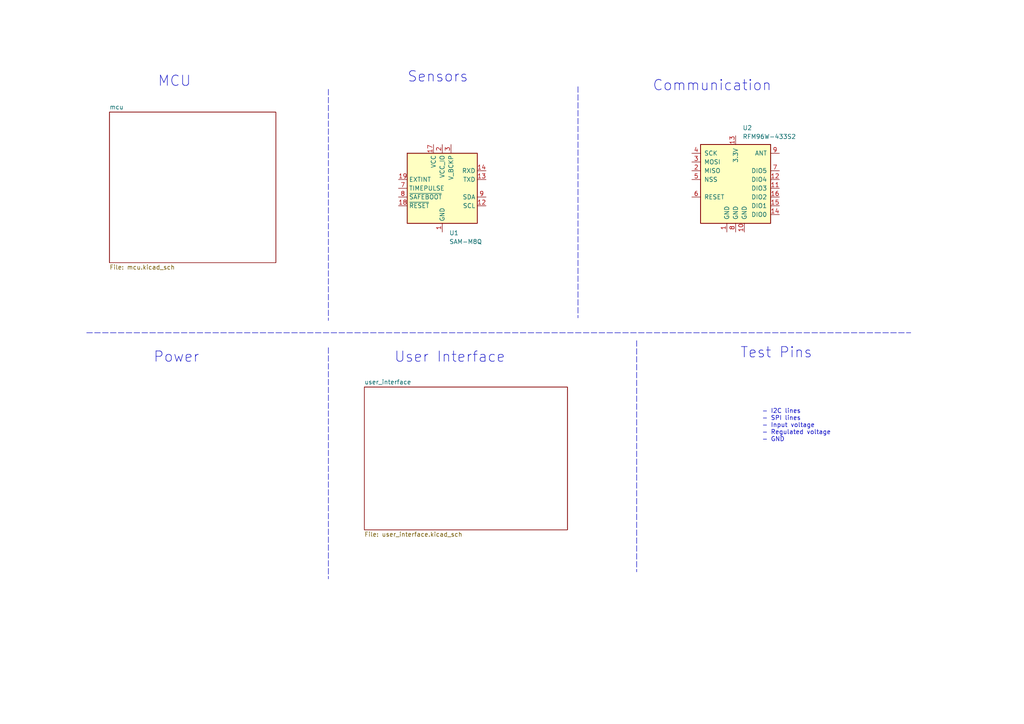
<source format=kicad_sch>
(kicad_sch (version 20211123) (generator eeschema)
  (paper "A4")
  (lib_symbols
    (symbol "RF_GPS:SAM-M8Q"
      (property "Reference" "U" (at -8.89 11.43 0))
      (property "Value" "SAM-M8Q" (at 8.89 11.43 0))
      (symbol "SAM-M8Q_0_1"
        (rectangle (start -10.16 10.16) (end 10.16 -10.16) (stroke (width 0.254)) (fill (type background)))
      )
      (symbol "SAM-M8Q_1_1"
        (pin power_in line (at 0 -12.7 90) (length 2.54) (name "GND") (number "1"))
        (pin passive line (at 0 -12.7 90) (length 2.54) hide (name "GND") (number "10"))
        (pin passive line (at 0 -12.7 90) (length 2.54) hide (name "GND") (number "11"))
        (pin input line (at 12.7 -5.08 180) (length 2.54) (name "SCL") (number "12"))
        (pin output line (at 12.7 2.54 180) (length 2.54) (name "TXD") (number "13"))
        (pin input line (at 12.7 5.08 180) (length 2.54) (name "RXD") (number "14"))
        (pin passive line (at 0 -12.7 90) (length 2.54) hide (name "GND") (number "15"))
        (pin passive line (at 0 -12.7 90) (length 2.54) hide (name "GND") (number "16"))
        (pin power_in line (at -2.54 12.7 270) (length 2.54) (name "VCC") (number "17"))
        (pin input line (at -12.7 -5.08 0) (length 2.54) (name "~{RESET}") (number "18"))
        (pin input line (at -12.7 2.54 0) (length 2.54) (name "EXTINT") (number "19"))
        (pin power_in line (at 0 12.7 270) (length 2.54) (name "VCC_IO") (number "2"))
        (pin passive line (at 0 -12.7 90) (length 2.54) hide (name "GND") (number "20"))
        (pin power_in line (at 2.54 12.7 270) (length 2.54) (name "V_BCKP") (number "3"))
        (pin passive line (at 0 -12.7 90) (length 2.54) hide (name "GND") (number "4"))
        (pin passive line (at 0 -12.7 90) (length 2.54) hide (name "GND") (number "5"))
        (pin passive line (at 0 -12.7 90) (length 2.54) hide (name "GND") (number "6"))
        (pin output line (at -12.7 0 0) (length 2.54) (name "TIMEPULSE") (number "7"))
        (pin input line (at -12.7 -2.54 0) (length 2.54) (name "~{SAFEBOOT}") (number "8"))
        (pin bidirectional line (at 12.7 -2.54 180) (length 2.54) (name "SDA") (number "9"))
      )
    )
    (symbol "RF_Module:RFM96W-433S2" (pin_names (offset 1.016))
      (property "Reference" "U" (at -10.414 11.684 0))
      (property "Value" "RFM96W-433S2" (at 1.524 11.43 0))
      (symbol "RFM96W-433S2_0_1"
        (rectangle (start -10.16 10.16) (end 10.16 -12.7) (stroke (width 0.254)) (fill (type background)))
      )
      (symbol "RFM96W-433S2_1_1"
        (pin power_in line (at -2.54 -15.24 90) (length 2.54) (name "GND") (number "1"))
        (pin power_in line (at 2.54 -15.24 90) (length 2.54) (name "GND") (number "10"))
        (pin bidirectional line (at 12.7 -2.54 180) (length 2.54) (name "DIO3") (number "11"))
        (pin bidirectional line (at 12.7 0 180) (length 2.54) (name "DIO4") (number "12"))
        (pin power_in line (at 0 12.7 270) (length 2.54) (name "3.3V") (number "13"))
        (pin bidirectional line (at 12.7 -10.16 180) (length 2.54) (name "DIO0") (number "14"))
        (pin bidirectional line (at 12.7 -7.62 180) (length 2.54) (name "DIO1") (number "15"))
        (pin bidirectional line (at 12.7 -5.08 180) (length 2.54) (name "DIO2") (number "16"))
        (pin output line (at -12.7 2.54 0) (length 2.54) (name "MISO") (number "2"))
        (pin input line (at -12.7 5.08 0) (length 2.54) (name "MOSI") (number "3"))
        (pin input line (at -12.7 7.62 0) (length 2.54) (name "SCK") (number "4"))
        (pin input line (at -12.7 0 0) (length 2.54) (name "NSS") (number "5"))
        (pin bidirectional line (at -12.7 -5.08 0) (length 2.54) (name "RESET") (number "6"))
        (pin bidirectional line (at 12.7 2.54 180) (length 2.54) (name "DIO5") (number "7"))
        (pin power_in line (at 0 -15.24 90) (length 2.54) (name "GND") (number "8"))
        (pin bidirectional line (at 12.7 7.62 180) (length 2.54) (name "ANT") (number "9"))
      )
    )
  )
  (polyline (pts (xy 167.64 25.146) (xy 167.64 92.202)))
  (polyline (pts (xy 95.25 25.908) (xy 95.25 92.964)))
  (polyline (pts (xy 184.658 98.806) (xy 184.658 165.862)))
  (polyline (pts (xy 25.146 96.52) (xy 264.16 96.52)))
  (polyline (pts (xy 95.25 100.838) (xy 95.25 167.894)))
  (text "MCU" (at 45.72 25.4 0) (effects (font (size 3 3)) (justify left bottom)))
  (text "Test Pins" (at 214.63 104.14 0) (effects (font (size 3 3)) (justify left bottom)))
  (text "User Interface" (at 114.3 105.41 0) (effects (font (size 3 3)) (justify left bottom)))
  (text "Sensors" (at 118.11 24.13 0) (effects (font (size 3 3)) (justify left bottom)))
  (text "Communication" (at 189.23 26.67 0) (effects (font (size 3 3)) (justify left bottom)))
  (text "- I2C lines\n- SPI lines\n- Input voltage\n- Regulated voltage\n- GND" (at 220.98 128.27 0) (effects (font (size 1.27 1.27)) (justify left bottom)))
  (text "Power" (at 44.45 105.41 0) (effects (font (size 3 3)) (justify left bottom)))
  (symbol (lib_id "RF_Module:RFM96W-433S2") (at 213.36 52.07 0) (unit 1)
    (property "Reference" "U2" (at 215.3794 37.084 0) (effects (justify left)))
    (property "Value" "RFM96W-433S2" (at 215.3794 39.624 0) (effects (justify left)))
    (property "Datasheet" "https://www.hoperf.com/data/upload/portal/20181127/5bfcc0ac60235.pdf" (effects hide))
  )
  (symbol (lib_id "RF_GPS:SAM-M8Q") (at 128.27 54.61 0) (unit 1)
    (property "Reference" "U1" (at 130.2894 67.564 0) (effects (justify left)))
    (property "Value" "SAM-M8Q" (at 130.2894 70.104 0) (effects (justify left)))
    (property "Footprint" "RF_GPS:ublox_SAM-M8Q" (effects hide))
    (property "Datasheet" "https://www.u-blox.com/sites/default/files/SAM-M8Q_DataSheet_%28UBX-16012619%29.pdf" (effects hide))
  )
  (sheet (at 31.75 32.512) (size 48.26 43.688) (stroke (width 0.1524))
    (property "Sheet name" "mcu" (at 31.75 31.8004 0) (effects (justify left bottom)))
    (property "Sheet file" "mcu.kicad_sch" (at 31.75 76.7846 0) (effects (justify left top)))
  )
  (sheet (at 105.664 112.268) (size 58.928 41.402) (stroke (width 0.1524))
    (property "Sheet name" "user_interface" (at 105.664 111.5564 0) (effects (justify left bottom)))
    (property "Sheet file" "user_interface.kicad_sch" (at 105.664 154.2546 0) (effects (justify left top)))
  )
)
</source>
